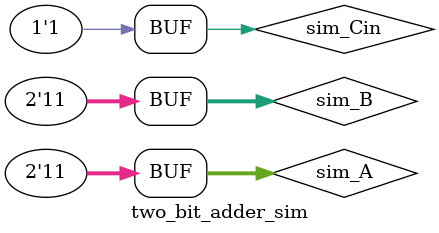
<source format=v>
`timescale 1ns / 1ps


module two_bit_adder_sim(

    );
    
    reg [1:0] sim_A, sim_B;
    reg sim_Cin;
    
    wire [1:0] sim_S;
    wire sim_Cout;
    
    two_bit_adder simulation(.A(sim_A), .B(sim_B), .C0(sim_Cin), .S(sim_S), .C2(sim_Cout));
    
    initial
    begin
        sim_A = 2'b00 ; sim_B = 2'b00 ; sim_Cin = 0; #10;
        sim_A = 2'b01 ; sim_B = 2'b10 ; sim_Cin = 0; #10;
        sim_A = 2'b00 ; sim_B = 2'b11 ; sim_Cin = 0; #10;
        sim_A = 2'b01 ; sim_B = 2'b11 ; sim_Cin = 1; #10;
        sim_A = 2'b11 ; sim_B = 2'b11 ; sim_Cin = 1; #10;
        
    end 
endmodule

</source>
